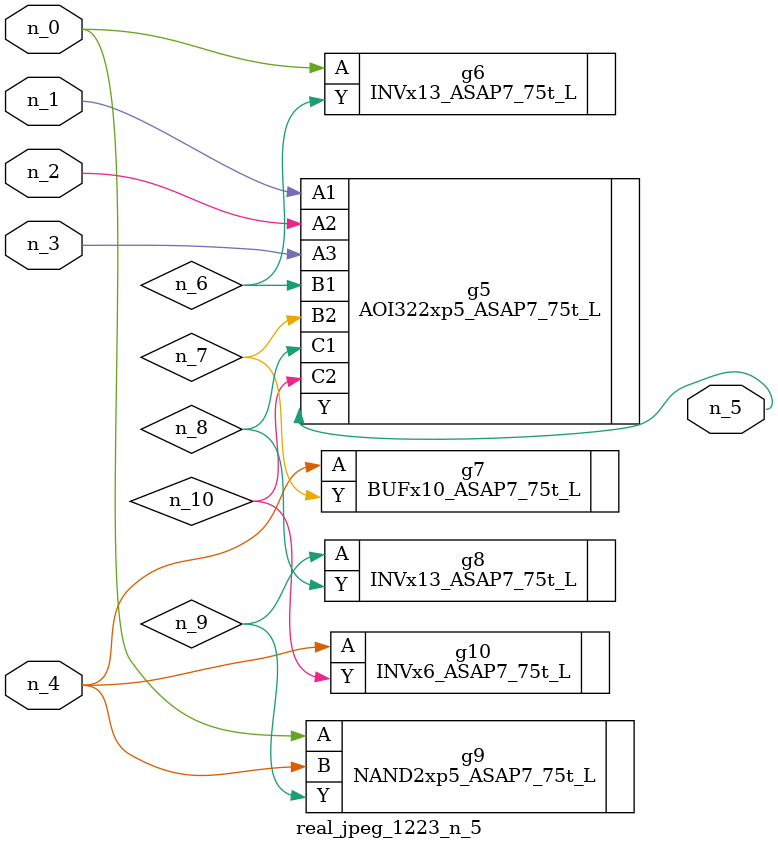
<source format=v>
module real_jpeg_1223_n_5 (n_4, n_0, n_1, n_2, n_3, n_5);

input n_4;
input n_0;
input n_1;
input n_2;
input n_3;

output n_5;

wire n_8;
wire n_6;
wire n_7;
wire n_10;
wire n_9;

INVx13_ASAP7_75t_L g6 ( 
.A(n_0),
.Y(n_6)
);

NAND2xp5_ASAP7_75t_L g9 ( 
.A(n_0),
.B(n_4),
.Y(n_9)
);

AOI322xp5_ASAP7_75t_L g5 ( 
.A1(n_1),
.A2(n_2),
.A3(n_3),
.B1(n_6),
.B2(n_7),
.C1(n_8),
.C2(n_10),
.Y(n_5)
);

BUFx10_ASAP7_75t_L g7 ( 
.A(n_4),
.Y(n_7)
);

INVx6_ASAP7_75t_L g10 ( 
.A(n_4),
.Y(n_10)
);

INVx13_ASAP7_75t_L g8 ( 
.A(n_9),
.Y(n_8)
);


endmodule
</source>
